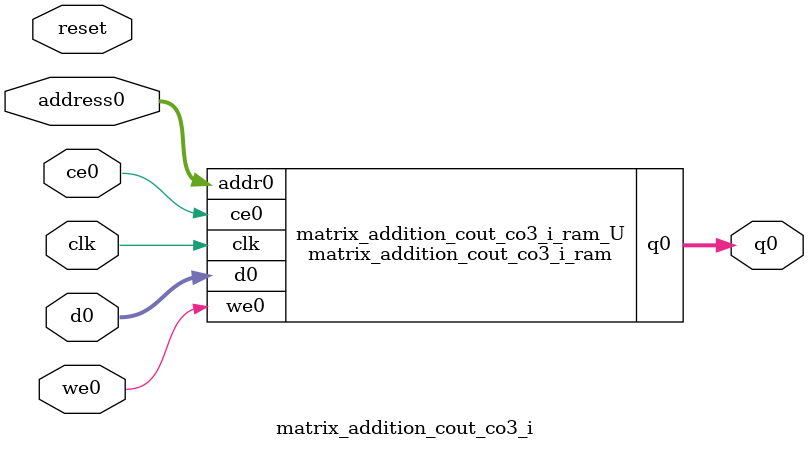
<source format=v>

`timescale 1 ns / 1 ps
module matrix_addition_cout_co3_i_ram (addr0, ce0, d0, we0, q0,  clk);

parameter DWIDTH = 32;
parameter AWIDTH = 4;
parameter MEM_SIZE = 9;

input[AWIDTH-1:0] addr0;
input ce0;
input[DWIDTH-1:0] d0;
input we0;
output reg[DWIDTH-1:0] q0;
input clk;

(* ram_style = "distributed" *)reg [DWIDTH-1:0] ram[MEM_SIZE-1:0];




always @(posedge clk)  
begin 
    if (ce0) 
    begin
        if (we0) 
        begin 
            ram[addr0] <= d0; 
            q0 <= d0;
        end 
        else 
            q0 <= ram[addr0];
    end
end


endmodule


`timescale 1 ns / 1 ps
module matrix_addition_cout_co3_i(
    reset,
    clk,
    address0,
    ce0,
    we0,
    d0,
    q0);

parameter DataWidth = 32'd32;
parameter AddressRange = 32'd9;
parameter AddressWidth = 32'd4;
input reset;
input clk;
input[AddressWidth - 1:0] address0;
input ce0;
input we0;
input[DataWidth - 1:0] d0;
output[DataWidth - 1:0] q0;



matrix_addition_cout_co3_i_ram matrix_addition_cout_co3_i_ram_U(
    .clk( clk ),
    .addr0( address0 ),
    .ce0( ce0 ),
    .d0( d0 ),
    .we0( we0 ),
    .q0( q0 ));

endmodule


</source>
